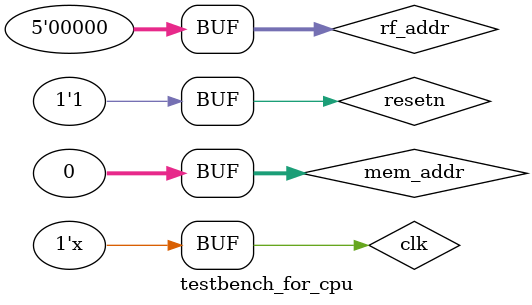
<source format=v>
`timescale 1ns / 1ps


module testbench_for_cpu();
 // Inputs
   reg clk;
   reg resetn;
   reg [4:0] rf_addr;
   reg [31:0] mem_addr;

   // Outputs
   wire [31:0] rf_data;
   wire [31:0] mem_data;
   wire [31:0] IF_pc;
   wire [31:0] IF_inst;
   wire [31:0] ID_pc;
   wire [31:0] EXE_pc;
   wire [31:0] MEM_pc;
   wire [31:0] WB_pc;
   wire [31:0] cpu_5_valid;

   // Instantiate the Unit Under Test (UUT)
   pipeline_cpu pipeline_cpu_module (
       .clk(clk), 
       .resetn(resetn), 
       .rf_addr(rf_addr), 
       .mem_addr(mem_addr), 
       .rf_data(rf_data), 
       .mem_data(mem_data), 
       .IF_pc(IF_pc), 
       .IF_inst(IF_inst), 
       .ID_pc(ID_pc), 
       .EXE_pc(EXE_pc), 
       .MEM_pc(MEM_pc), 
       .WB_pc(WB_pc), 
       .cpu_5_valid(cpu_5_valid)
   );

   initial begin
       // Initialize Inputs
       clk = 0;
       resetn = 0;
       rf_addr = 0;
       mem_addr = 0;

       // Wait 100 ns for global reset to finish
       #100;
     resetn = 1;
       // Add stimulus here
   end
  always #5 clk=~clk;
endmodule

</source>
